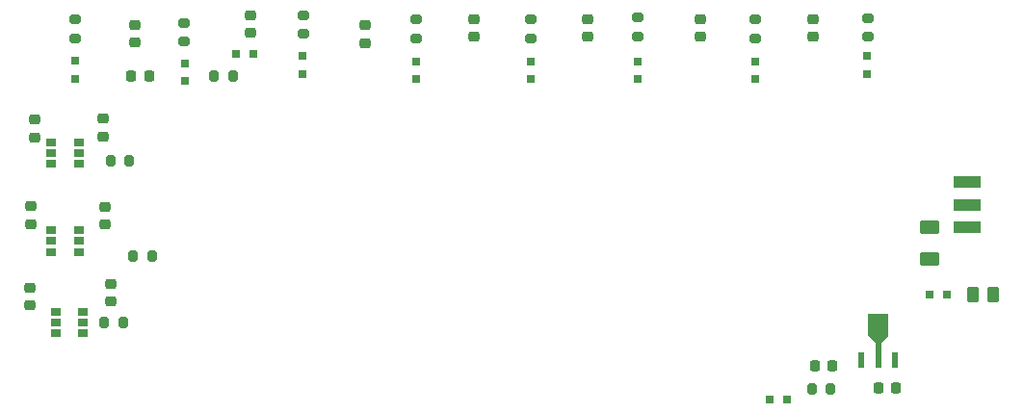
<source format=gbr>
%TF.GenerationSoftware,KiCad,Pcbnew,7.0.7*%
%TF.CreationDate,2024-02-18T14:41:38-05:00*%
%TF.ProjectId,Frankii FInal,4672616e-6b69-4692-9046-496e616c2e6b,rev?*%
%TF.SameCoordinates,Original*%
%TF.FileFunction,Paste,Top*%
%TF.FilePolarity,Positive*%
%FSLAX46Y46*%
G04 Gerber Fmt 4.6, Leading zero omitted, Abs format (unit mm)*
G04 Created by KiCad (PCBNEW 7.0.7) date 2024-02-18 14:41:38*
%MOMM*%
%LPD*%
G01*
G04 APERTURE LIST*
G04 Aperture macros list*
%AMRoundRect*
0 Rectangle with rounded corners*
0 $1 Rounding radius*
0 $2 $3 $4 $5 $6 $7 $8 $9 X,Y pos of 4 corners*
0 Add a 4 corners polygon primitive as box body*
4,1,4,$2,$3,$4,$5,$6,$7,$8,$9,$2,$3,0*
0 Add four circle primitives for the rounded corners*
1,1,$1+$1,$2,$3*
1,1,$1+$1,$4,$5*
1,1,$1+$1,$6,$7*
1,1,$1+$1,$8,$9*
0 Add four rect primitives between the rounded corners*
20,1,$1+$1,$2,$3,$4,$5,0*
20,1,$1+$1,$4,$5,$6,$7,0*
20,1,$1+$1,$6,$7,$8,$9,0*
20,1,$1+$1,$8,$9,$2,$3,0*%
G04 Aperture macros list end*
%ADD10RoundRect,0.200000X0.200000X0.275000X-0.200000X0.275000X-0.200000X-0.275000X0.200000X-0.275000X0*%
%ADD11RoundRect,0.200000X0.275000X-0.200000X0.275000X0.200000X-0.275000X0.200000X-0.275000X-0.200000X0*%
%ADD12R,0.900001X0.650001*%
%ADD13R,0.711200X0.762000*%
%ADD14RoundRect,0.225000X-0.250000X0.225000X-0.250000X-0.225000X0.250000X-0.225000X0.250000X0.225000X0*%
%ADD15R,2.489200X0.990600*%
%ADD16RoundRect,0.250000X-0.262500X-0.450000X0.262500X-0.450000X0.262500X0.450000X-0.262500X0.450000X0*%
%ADD17RoundRect,0.225000X-0.225000X-0.250000X0.225000X-0.250000X0.225000X0.250000X-0.225000X0.250000X0*%
%ADD18R,0.762000X0.711200*%
%ADD19RoundRect,0.225000X0.250000X-0.225000X0.250000X0.225000X-0.250000X0.225000X-0.250000X-0.225000X0*%
%ADD20RoundRect,0.225000X0.225000X0.250000X-0.225000X0.250000X-0.225000X-0.250000X0.225000X-0.250000X0*%
%ADD21R,0.533400X1.397000*%
%ADD22RoundRect,0.200000X-0.200000X-0.275000X0.200000X-0.275000X0.200000X0.275000X-0.200000X0.275000X0*%
%ADD23RoundRect,0.250000X0.625000X-0.375000X0.625000X0.375000X-0.625000X0.375000X-0.625000X-0.375000X0*%
G04 APERTURE END LIST*
%TO.C,U1*%
G36*
X177357600Y-110747400D02*
G01*
X176709900Y-111395100D01*
X176709900Y-112207900D01*
X176176500Y-112207900D01*
X176176500Y-111395100D01*
X175528800Y-110747400D01*
X175528800Y-108829700D01*
X177357600Y-108829700D01*
X177357600Y-110747400D01*
G37*
%TD*%
D10*
%TO.C,RL3*%
X110050000Y-109600000D03*
X108400000Y-109600000D03*
%TD*%
%TO.C,RL2*%
X112625000Y-103800000D03*
X110975000Y-103800000D03*
%TD*%
%TO.C,RL1*%
X110625000Y-95400000D03*
X108975000Y-95400000D03*
%TD*%
D11*
%TO.C,R6*%
X145871700Y-84591100D03*
X145871700Y-82941100D03*
%TD*%
D12*
%TO.C,U2*%
X103771700Y-93741099D03*
X103771700Y-94691100D03*
X103771700Y-95641098D03*
X106171700Y-95641098D03*
X106171700Y-94691100D03*
X106171700Y-93741099D03*
%TD*%
D13*
%TO.C,LED10*%
X145871700Y-86666400D03*
X145871700Y-88215800D03*
%TD*%
%TO.C,LED8*%
X175471700Y-86191700D03*
X175471700Y-87741100D03*
%TD*%
D14*
%TO.C,C4*%
X101971700Y-99391100D03*
X101971700Y-100941100D03*
%TD*%
D15*
%TO.C,SW1*%
X184249300Y-101236575D03*
X184249300Y-99236325D03*
X184249300Y-97236075D03*
%TD*%
D16*
%TO.C,R3*%
X184759200Y-107141100D03*
X186584200Y-107141100D03*
%TD*%
D14*
%TO.C,C6*%
X101871700Y-106541100D03*
X101871700Y-108091100D03*
%TD*%
D13*
%TO.C,LED3*%
X135871700Y-86666400D03*
X135871700Y-88215800D03*
%TD*%
D14*
%TO.C,C10*%
X160771700Y-82941100D03*
X160771700Y-84491100D03*
%TD*%
%TO.C,C15*%
X140871700Y-82891100D03*
X140871700Y-84441100D03*
%TD*%
%TO.C,C12*%
X121271700Y-82566100D03*
X121271700Y-84116100D03*
%TD*%
D11*
%TO.C,R8*%
X125933300Y-84238700D03*
X125933300Y-82588700D03*
%TD*%
%TO.C,R11*%
X175506500Y-84473700D03*
X175506500Y-82823700D03*
%TD*%
D14*
%TO.C,C2*%
X102271700Y-91766100D03*
X102271700Y-93316100D03*
%TD*%
D17*
%TO.C,C1*%
X170893200Y-113412500D03*
X172443200Y-113412500D03*
%TD*%
D11*
%TO.C,R9*%
X115416100Y-84913700D03*
X115416100Y-83263700D03*
%TD*%
D18*
%TO.C,LED5*%
X168446400Y-116341100D03*
X166897000Y-116341100D03*
%TD*%
D19*
%TO.C,C7*%
X109000000Y-107775000D03*
X109000000Y-106225000D03*
%TD*%
D14*
%TO.C,C11*%
X131371700Y-83466400D03*
X131371700Y-85016400D03*
%TD*%
D20*
%TO.C,C8*%
X112336700Y-87941100D03*
X110786700Y-87941100D03*
%TD*%
D21*
%TO.C,U1*%
X174943200Y-112906400D03*
X176443200Y-112906400D03*
X177943200Y-112906400D03*
%TD*%
D11*
%TO.C,R7*%
X135871700Y-84591100D03*
X135871700Y-82941100D03*
%TD*%
D14*
%TO.C,C13*%
X111071700Y-83441100D03*
X111071700Y-84991100D03*
%TD*%
%TO.C,C14*%
X150871700Y-82891100D03*
X150871700Y-84441100D03*
%TD*%
D12*
%TO.C,U3*%
X103771700Y-101491099D03*
X103771700Y-102441100D03*
X103771700Y-103391098D03*
X106171700Y-103391098D03*
X106171700Y-102441100D03*
X106171700Y-101491099D03*
%TD*%
D11*
%TO.C,R5*%
X155271700Y-84441100D03*
X155271700Y-82791100D03*
%TD*%
D12*
%TO.C,U4*%
X104171700Y-108641099D03*
X104171700Y-109591100D03*
X104171700Y-110541098D03*
X106571700Y-110541098D03*
X106571700Y-109591100D03*
X106571700Y-108641099D03*
%TD*%
D11*
%TO.C,R10*%
X105871700Y-84591700D03*
X105871700Y-82941700D03*
%TD*%
D13*
%TO.C,LED4*%
X105871700Y-86591700D03*
X105871700Y-88141100D03*
%TD*%
%TO.C,LED2*%
X165671700Y-86666400D03*
X165671700Y-88215800D03*
%TD*%
D22*
%TO.C,R2*%
X170618200Y-115412500D03*
X172268200Y-115412500D03*
%TD*%
D14*
%TO.C,C9*%
X170671700Y-82891100D03*
X170671700Y-84441100D03*
%TD*%
D11*
%TO.C,R4*%
X165671700Y-84591100D03*
X165671700Y-82941100D03*
%TD*%
D20*
%TO.C,C5IN1*%
X177993200Y-115341100D03*
X176443200Y-115341100D03*
%TD*%
D19*
%TO.C,C5*%
X108471700Y-100991100D03*
X108471700Y-99441100D03*
%TD*%
D13*
%TO.C,LED7*%
X125871700Y-86191700D03*
X125871700Y-87741100D03*
%TD*%
D18*
%TO.C,LED1*%
X120012300Y-85941100D03*
X121561700Y-85941100D03*
%TD*%
D23*
%TO.C,Fuse1*%
X180998800Y-104036200D03*
X180998800Y-101236200D03*
%TD*%
D18*
%TO.C,LED9*%
X182471700Y-107141100D03*
X180922300Y-107141100D03*
%TD*%
D13*
%TO.C,LED6*%
X155271700Y-86666400D03*
X155271700Y-88215800D03*
%TD*%
%TO.C,LED11*%
X115471700Y-86791700D03*
X115471700Y-88341100D03*
%TD*%
D19*
%TO.C,C3*%
X108271700Y-93241100D03*
X108271700Y-91691100D03*
%TD*%
D10*
%TO.C,R1*%
X119711700Y-87941100D03*
X118061700Y-87941100D03*
%TD*%
M02*

</source>
